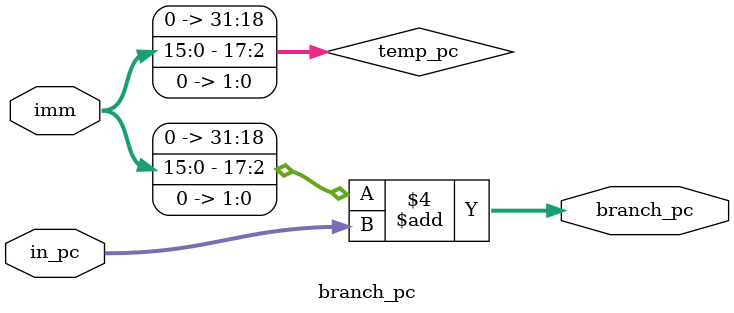
<source format=v>
module branch_pc(in_pc,imm,branch_pc);

  // This pc takes care of the branch
  
  input [31:0]in_pc;
  input [15:0]imm;
  output reg [31:0] branch_pc=0;

  reg [31:0] temp_pc;

  always@(imm)
  begin
    temp_pc = imm;
    temp_pc = temp_pc<<2;
  end

  always@(in_pc,temp_pc)
  begin
    branch_pc = temp_pc + in_pc;
  end

endmodule
</source>
